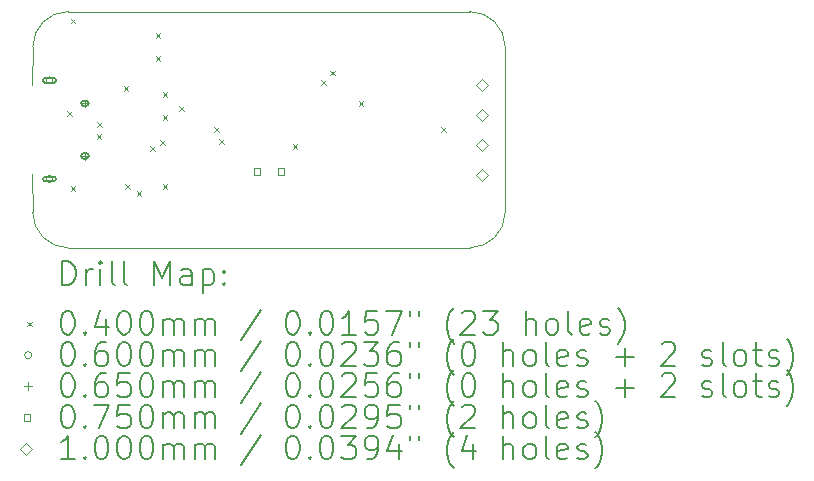
<source format=gbr>
%FSLAX45Y45*%
G04 Gerber Fmt 4.5, Leading zero omitted, Abs format (unit mm)*
G04 Created by KiCad (PCBNEW (6.0.0-0)) date 2022-08-17 15:30:58*
%MOMM*%
%LPD*%
G01*
G04 APERTURE LIST*
%TA.AperFunction,Profile*%
%ADD10C,0.100000*%
%TD*%
%ADD11C,0.200000*%
%ADD12C,0.040000*%
%ADD13C,0.060000*%
%ADD14C,0.065000*%
%ADD15C,0.075000*%
%ADD16C,0.100000*%
G04 APERTURE END LIST*
D10*
X16200000Y-10000000D02*
G75*
G03*
X16500000Y-9700000I0J300000D01*
G01*
X16500000Y-8300000D02*
X16500000Y-9700000D01*
X12800000Y-8000000D02*
G75*
G03*
X12500000Y-8300000I0J-300000D01*
G01*
X16200000Y-10000000D02*
X12800000Y-10000000D01*
X12497000Y-8625000D02*
X12500000Y-8300000D01*
X12800000Y-8000000D02*
X16200000Y-8000000D01*
X12500000Y-9700000D02*
X12497000Y-9375000D01*
X16500000Y-8300000D02*
G75*
G03*
X16200000Y-8000000I-300000J0D01*
G01*
X12500000Y-9700000D02*
G75*
G03*
X12800000Y-10000000I300000J0D01*
G01*
D11*
D12*
X12790096Y-8844244D02*
X12830096Y-8884244D01*
X12830096Y-8844244D02*
X12790096Y-8884244D01*
X12820000Y-8060000D02*
X12860000Y-8100000D01*
X12860000Y-8060000D02*
X12820000Y-8100000D01*
X12820000Y-9480000D02*
X12860000Y-9520000D01*
X12860000Y-9480000D02*
X12820000Y-9520000D01*
X13040000Y-9040000D02*
X13080000Y-9080000D01*
X13080000Y-9040000D02*
X13040000Y-9080000D01*
X13042649Y-8938427D02*
X13082649Y-8978427D01*
X13082649Y-8938427D02*
X13042649Y-8978427D01*
X13270685Y-8630391D02*
X13310685Y-8670391D01*
X13310685Y-8630391D02*
X13270685Y-8670391D01*
X13280000Y-9460000D02*
X13320000Y-9500000D01*
X13320000Y-9460000D02*
X13280000Y-9500000D01*
X13380000Y-9520000D02*
X13420000Y-9560000D01*
X13420000Y-9520000D02*
X13380000Y-9560000D01*
X13495796Y-9142596D02*
X13535796Y-9182596D01*
X13535796Y-9142596D02*
X13495796Y-9182596D01*
X13540000Y-8180000D02*
X13580000Y-8220000D01*
X13580000Y-8180000D02*
X13540000Y-8220000D01*
X13540000Y-8380000D02*
X13580000Y-8420000D01*
X13580000Y-8380000D02*
X13540000Y-8420000D01*
X13580841Y-9090084D02*
X13620841Y-9130084D01*
X13620841Y-9090084D02*
X13580841Y-9130084D01*
X13600000Y-8680000D02*
X13640000Y-8720000D01*
X13640000Y-8680000D02*
X13600000Y-8720000D01*
X13600000Y-8880000D02*
X13640000Y-8920000D01*
X13640000Y-8880000D02*
X13600000Y-8920000D01*
X13600000Y-9460000D02*
X13640000Y-9500000D01*
X13640000Y-9460000D02*
X13600000Y-9500000D01*
X13740000Y-8800000D02*
X13780000Y-8840000D01*
X13780000Y-8800000D02*
X13740000Y-8840000D01*
X14037550Y-8980000D02*
X14077550Y-9020000D01*
X14077550Y-8980000D02*
X14037550Y-9020000D01*
X14080000Y-9080000D02*
X14120000Y-9120000D01*
X14120000Y-9080000D02*
X14080000Y-9120000D01*
X14700000Y-9120000D02*
X14740000Y-9160000D01*
X14740000Y-9120000D02*
X14700000Y-9160000D01*
X14940000Y-8580000D02*
X14980000Y-8620000D01*
X14980000Y-8580000D02*
X14940000Y-8620000D01*
X15020000Y-8500000D02*
X15060000Y-8540000D01*
X15060000Y-8500000D02*
X15020000Y-8540000D01*
X15260000Y-8760000D02*
X15300000Y-8800000D01*
X15300000Y-8760000D02*
X15260000Y-8800000D01*
X15960000Y-8980000D02*
X16000000Y-9020000D01*
X16000000Y-8980000D02*
X15960000Y-9020000D01*
D13*
X12672000Y-8582500D02*
G75*
G03*
X12672000Y-8582500I-30000J0D01*
G01*
D11*
X12677000Y-8562500D02*
X12607000Y-8562500D01*
X12677000Y-8602500D02*
X12607000Y-8602500D01*
X12607000Y-8562500D02*
G75*
G03*
X12607000Y-8602500I0J-20000D01*
G01*
X12677000Y-8602500D02*
G75*
G03*
X12677000Y-8562500I0J20000D01*
G01*
D13*
X12672000Y-9417500D02*
G75*
G03*
X12672000Y-9417500I-30000J0D01*
G01*
D11*
X12677000Y-9397500D02*
X12607000Y-9397500D01*
X12677000Y-9437500D02*
X12607000Y-9437500D01*
X12607000Y-9397500D02*
G75*
G03*
X12607000Y-9437500I0J-20000D01*
G01*
X12677000Y-9437500D02*
G75*
G03*
X12677000Y-9397500I0J20000D01*
G01*
D14*
X12942000Y-8745000D02*
X12942000Y-8810000D01*
X12909500Y-8777500D02*
X12974500Y-8777500D01*
D11*
X12952000Y-8755000D02*
X12932000Y-8755000D01*
X12952000Y-8800000D02*
X12932000Y-8800000D01*
X12932000Y-8755000D02*
G75*
G03*
X12932000Y-8800000I0J-22500D01*
G01*
X12952000Y-8800000D02*
G75*
G03*
X12952000Y-8755000I0J22500D01*
G01*
D14*
X12942000Y-9190000D02*
X12942000Y-9255000D01*
X12909500Y-9222500D02*
X12974500Y-9222500D01*
D11*
X12952000Y-9200000D02*
X12932000Y-9200000D01*
X12952000Y-9245000D02*
X12932000Y-9245000D01*
X12932000Y-9200000D02*
G75*
G03*
X12932000Y-9245000I0J-22500D01*
G01*
X12952000Y-9245000D02*
G75*
G03*
X12952000Y-9200000I0J22500D01*
G01*
D15*
X14426517Y-9381517D02*
X14426517Y-9328483D01*
X14373483Y-9328483D01*
X14373483Y-9381517D01*
X14426517Y-9381517D01*
X14626517Y-9381517D02*
X14626517Y-9328483D01*
X14573483Y-9328483D01*
X14573483Y-9381517D01*
X14626517Y-9381517D01*
D16*
X16302500Y-8670000D02*
X16352500Y-8620000D01*
X16302500Y-8570000D01*
X16252500Y-8620000D01*
X16302500Y-8670000D01*
X16302500Y-8924000D02*
X16352500Y-8874000D01*
X16302500Y-8824000D01*
X16252500Y-8874000D01*
X16302500Y-8924000D01*
X16302500Y-9178000D02*
X16352500Y-9128000D01*
X16302500Y-9078000D01*
X16252500Y-9128000D01*
X16302500Y-9178000D01*
X16302500Y-9432000D02*
X16352500Y-9382000D01*
X16302500Y-9332000D01*
X16252500Y-9382000D01*
X16302500Y-9432000D01*
D11*
X12749619Y-10315476D02*
X12749619Y-10115476D01*
X12797238Y-10115476D01*
X12825809Y-10125000D01*
X12844857Y-10144048D01*
X12854381Y-10163095D01*
X12863905Y-10201190D01*
X12863905Y-10229762D01*
X12854381Y-10267857D01*
X12844857Y-10286905D01*
X12825809Y-10305952D01*
X12797238Y-10315476D01*
X12749619Y-10315476D01*
X12949619Y-10315476D02*
X12949619Y-10182143D01*
X12949619Y-10220238D02*
X12959143Y-10201190D01*
X12968667Y-10191667D01*
X12987714Y-10182143D01*
X13006762Y-10182143D01*
X13073428Y-10315476D02*
X13073428Y-10182143D01*
X13073428Y-10115476D02*
X13063905Y-10125000D01*
X13073428Y-10134524D01*
X13082952Y-10125000D01*
X13073428Y-10115476D01*
X13073428Y-10134524D01*
X13197238Y-10315476D02*
X13178190Y-10305952D01*
X13168667Y-10286905D01*
X13168667Y-10115476D01*
X13302000Y-10315476D02*
X13282952Y-10305952D01*
X13273428Y-10286905D01*
X13273428Y-10115476D01*
X13530571Y-10315476D02*
X13530571Y-10115476D01*
X13597238Y-10258333D01*
X13663905Y-10115476D01*
X13663905Y-10315476D01*
X13844857Y-10315476D02*
X13844857Y-10210714D01*
X13835333Y-10191667D01*
X13816286Y-10182143D01*
X13778190Y-10182143D01*
X13759143Y-10191667D01*
X13844857Y-10305952D02*
X13825809Y-10315476D01*
X13778190Y-10315476D01*
X13759143Y-10305952D01*
X13749619Y-10286905D01*
X13749619Y-10267857D01*
X13759143Y-10248810D01*
X13778190Y-10239286D01*
X13825809Y-10239286D01*
X13844857Y-10229762D01*
X13940095Y-10182143D02*
X13940095Y-10382143D01*
X13940095Y-10191667D02*
X13959143Y-10182143D01*
X13997238Y-10182143D01*
X14016286Y-10191667D01*
X14025809Y-10201190D01*
X14035333Y-10220238D01*
X14035333Y-10277381D01*
X14025809Y-10296429D01*
X14016286Y-10305952D01*
X13997238Y-10315476D01*
X13959143Y-10315476D01*
X13940095Y-10305952D01*
X14121048Y-10296429D02*
X14130571Y-10305952D01*
X14121048Y-10315476D01*
X14111524Y-10305952D01*
X14121048Y-10296429D01*
X14121048Y-10315476D01*
X14121048Y-10191667D02*
X14130571Y-10201190D01*
X14121048Y-10210714D01*
X14111524Y-10201190D01*
X14121048Y-10191667D01*
X14121048Y-10210714D01*
D12*
X12452000Y-10625000D02*
X12492000Y-10665000D01*
X12492000Y-10625000D02*
X12452000Y-10665000D01*
D11*
X12787714Y-10535476D02*
X12806762Y-10535476D01*
X12825809Y-10545000D01*
X12835333Y-10554524D01*
X12844857Y-10573571D01*
X12854381Y-10611667D01*
X12854381Y-10659286D01*
X12844857Y-10697381D01*
X12835333Y-10716429D01*
X12825809Y-10725952D01*
X12806762Y-10735476D01*
X12787714Y-10735476D01*
X12768667Y-10725952D01*
X12759143Y-10716429D01*
X12749619Y-10697381D01*
X12740095Y-10659286D01*
X12740095Y-10611667D01*
X12749619Y-10573571D01*
X12759143Y-10554524D01*
X12768667Y-10545000D01*
X12787714Y-10535476D01*
X12940095Y-10716429D02*
X12949619Y-10725952D01*
X12940095Y-10735476D01*
X12930571Y-10725952D01*
X12940095Y-10716429D01*
X12940095Y-10735476D01*
X13121048Y-10602143D02*
X13121048Y-10735476D01*
X13073428Y-10525952D02*
X13025809Y-10668810D01*
X13149619Y-10668810D01*
X13263905Y-10535476D02*
X13282952Y-10535476D01*
X13302000Y-10545000D01*
X13311524Y-10554524D01*
X13321048Y-10573571D01*
X13330571Y-10611667D01*
X13330571Y-10659286D01*
X13321048Y-10697381D01*
X13311524Y-10716429D01*
X13302000Y-10725952D01*
X13282952Y-10735476D01*
X13263905Y-10735476D01*
X13244857Y-10725952D01*
X13235333Y-10716429D01*
X13225809Y-10697381D01*
X13216286Y-10659286D01*
X13216286Y-10611667D01*
X13225809Y-10573571D01*
X13235333Y-10554524D01*
X13244857Y-10545000D01*
X13263905Y-10535476D01*
X13454381Y-10535476D02*
X13473428Y-10535476D01*
X13492476Y-10545000D01*
X13502000Y-10554524D01*
X13511524Y-10573571D01*
X13521048Y-10611667D01*
X13521048Y-10659286D01*
X13511524Y-10697381D01*
X13502000Y-10716429D01*
X13492476Y-10725952D01*
X13473428Y-10735476D01*
X13454381Y-10735476D01*
X13435333Y-10725952D01*
X13425809Y-10716429D01*
X13416286Y-10697381D01*
X13406762Y-10659286D01*
X13406762Y-10611667D01*
X13416286Y-10573571D01*
X13425809Y-10554524D01*
X13435333Y-10545000D01*
X13454381Y-10535476D01*
X13606762Y-10735476D02*
X13606762Y-10602143D01*
X13606762Y-10621190D02*
X13616286Y-10611667D01*
X13635333Y-10602143D01*
X13663905Y-10602143D01*
X13682952Y-10611667D01*
X13692476Y-10630714D01*
X13692476Y-10735476D01*
X13692476Y-10630714D02*
X13702000Y-10611667D01*
X13721048Y-10602143D01*
X13749619Y-10602143D01*
X13768667Y-10611667D01*
X13778190Y-10630714D01*
X13778190Y-10735476D01*
X13873428Y-10735476D02*
X13873428Y-10602143D01*
X13873428Y-10621190D02*
X13882952Y-10611667D01*
X13902000Y-10602143D01*
X13930571Y-10602143D01*
X13949619Y-10611667D01*
X13959143Y-10630714D01*
X13959143Y-10735476D01*
X13959143Y-10630714D02*
X13968667Y-10611667D01*
X13987714Y-10602143D01*
X14016286Y-10602143D01*
X14035333Y-10611667D01*
X14044857Y-10630714D01*
X14044857Y-10735476D01*
X14435333Y-10525952D02*
X14263905Y-10783095D01*
X14692476Y-10535476D02*
X14711524Y-10535476D01*
X14730571Y-10545000D01*
X14740095Y-10554524D01*
X14749619Y-10573571D01*
X14759143Y-10611667D01*
X14759143Y-10659286D01*
X14749619Y-10697381D01*
X14740095Y-10716429D01*
X14730571Y-10725952D01*
X14711524Y-10735476D01*
X14692476Y-10735476D01*
X14673428Y-10725952D01*
X14663905Y-10716429D01*
X14654381Y-10697381D01*
X14644857Y-10659286D01*
X14644857Y-10611667D01*
X14654381Y-10573571D01*
X14663905Y-10554524D01*
X14673428Y-10545000D01*
X14692476Y-10535476D01*
X14844857Y-10716429D02*
X14854381Y-10725952D01*
X14844857Y-10735476D01*
X14835333Y-10725952D01*
X14844857Y-10716429D01*
X14844857Y-10735476D01*
X14978190Y-10535476D02*
X14997238Y-10535476D01*
X15016286Y-10545000D01*
X15025809Y-10554524D01*
X15035333Y-10573571D01*
X15044857Y-10611667D01*
X15044857Y-10659286D01*
X15035333Y-10697381D01*
X15025809Y-10716429D01*
X15016286Y-10725952D01*
X14997238Y-10735476D01*
X14978190Y-10735476D01*
X14959143Y-10725952D01*
X14949619Y-10716429D01*
X14940095Y-10697381D01*
X14930571Y-10659286D01*
X14930571Y-10611667D01*
X14940095Y-10573571D01*
X14949619Y-10554524D01*
X14959143Y-10545000D01*
X14978190Y-10535476D01*
X15235333Y-10735476D02*
X15121048Y-10735476D01*
X15178190Y-10735476D02*
X15178190Y-10535476D01*
X15159143Y-10564048D01*
X15140095Y-10583095D01*
X15121048Y-10592619D01*
X15416286Y-10535476D02*
X15321048Y-10535476D01*
X15311524Y-10630714D01*
X15321048Y-10621190D01*
X15340095Y-10611667D01*
X15387714Y-10611667D01*
X15406762Y-10621190D01*
X15416286Y-10630714D01*
X15425809Y-10649762D01*
X15425809Y-10697381D01*
X15416286Y-10716429D01*
X15406762Y-10725952D01*
X15387714Y-10735476D01*
X15340095Y-10735476D01*
X15321048Y-10725952D01*
X15311524Y-10716429D01*
X15492476Y-10535476D02*
X15625809Y-10535476D01*
X15540095Y-10735476D01*
X15692476Y-10535476D02*
X15692476Y-10573571D01*
X15768667Y-10535476D02*
X15768667Y-10573571D01*
X16063905Y-10811667D02*
X16054381Y-10802143D01*
X16035333Y-10773571D01*
X16025809Y-10754524D01*
X16016286Y-10725952D01*
X16006762Y-10678333D01*
X16006762Y-10640238D01*
X16016286Y-10592619D01*
X16025809Y-10564048D01*
X16035333Y-10545000D01*
X16054381Y-10516429D01*
X16063905Y-10506905D01*
X16130571Y-10554524D02*
X16140095Y-10545000D01*
X16159143Y-10535476D01*
X16206762Y-10535476D01*
X16225809Y-10545000D01*
X16235333Y-10554524D01*
X16244857Y-10573571D01*
X16244857Y-10592619D01*
X16235333Y-10621190D01*
X16121048Y-10735476D01*
X16244857Y-10735476D01*
X16311524Y-10535476D02*
X16435333Y-10535476D01*
X16368667Y-10611667D01*
X16397238Y-10611667D01*
X16416286Y-10621190D01*
X16425809Y-10630714D01*
X16435333Y-10649762D01*
X16435333Y-10697381D01*
X16425809Y-10716429D01*
X16416286Y-10725952D01*
X16397238Y-10735476D01*
X16340095Y-10735476D01*
X16321048Y-10725952D01*
X16311524Y-10716429D01*
X16673428Y-10735476D02*
X16673428Y-10535476D01*
X16759143Y-10735476D02*
X16759143Y-10630714D01*
X16749619Y-10611667D01*
X16730571Y-10602143D01*
X16702000Y-10602143D01*
X16682952Y-10611667D01*
X16673428Y-10621190D01*
X16882952Y-10735476D02*
X16863905Y-10725952D01*
X16854381Y-10716429D01*
X16844857Y-10697381D01*
X16844857Y-10640238D01*
X16854381Y-10621190D01*
X16863905Y-10611667D01*
X16882952Y-10602143D01*
X16911524Y-10602143D01*
X16930571Y-10611667D01*
X16940095Y-10621190D01*
X16949619Y-10640238D01*
X16949619Y-10697381D01*
X16940095Y-10716429D01*
X16930571Y-10725952D01*
X16911524Y-10735476D01*
X16882952Y-10735476D01*
X17063905Y-10735476D02*
X17044857Y-10725952D01*
X17035333Y-10706905D01*
X17035333Y-10535476D01*
X17216286Y-10725952D02*
X17197238Y-10735476D01*
X17159143Y-10735476D01*
X17140095Y-10725952D01*
X17130571Y-10706905D01*
X17130571Y-10630714D01*
X17140095Y-10611667D01*
X17159143Y-10602143D01*
X17197238Y-10602143D01*
X17216286Y-10611667D01*
X17225810Y-10630714D01*
X17225810Y-10649762D01*
X17130571Y-10668810D01*
X17302000Y-10725952D02*
X17321048Y-10735476D01*
X17359143Y-10735476D01*
X17378190Y-10725952D01*
X17387714Y-10706905D01*
X17387714Y-10697381D01*
X17378190Y-10678333D01*
X17359143Y-10668810D01*
X17330571Y-10668810D01*
X17311524Y-10659286D01*
X17302000Y-10640238D01*
X17302000Y-10630714D01*
X17311524Y-10611667D01*
X17330571Y-10602143D01*
X17359143Y-10602143D01*
X17378190Y-10611667D01*
X17454381Y-10811667D02*
X17463905Y-10802143D01*
X17482952Y-10773571D01*
X17492476Y-10754524D01*
X17502000Y-10725952D01*
X17511524Y-10678333D01*
X17511524Y-10640238D01*
X17502000Y-10592619D01*
X17492476Y-10564048D01*
X17482952Y-10545000D01*
X17463905Y-10516429D01*
X17454381Y-10506905D01*
D13*
X12492000Y-10909000D02*
G75*
G03*
X12492000Y-10909000I-30000J0D01*
G01*
D11*
X12787714Y-10799476D02*
X12806762Y-10799476D01*
X12825809Y-10809000D01*
X12835333Y-10818524D01*
X12844857Y-10837571D01*
X12854381Y-10875667D01*
X12854381Y-10923286D01*
X12844857Y-10961381D01*
X12835333Y-10980429D01*
X12825809Y-10989952D01*
X12806762Y-10999476D01*
X12787714Y-10999476D01*
X12768667Y-10989952D01*
X12759143Y-10980429D01*
X12749619Y-10961381D01*
X12740095Y-10923286D01*
X12740095Y-10875667D01*
X12749619Y-10837571D01*
X12759143Y-10818524D01*
X12768667Y-10809000D01*
X12787714Y-10799476D01*
X12940095Y-10980429D02*
X12949619Y-10989952D01*
X12940095Y-10999476D01*
X12930571Y-10989952D01*
X12940095Y-10980429D01*
X12940095Y-10999476D01*
X13121048Y-10799476D02*
X13082952Y-10799476D01*
X13063905Y-10809000D01*
X13054381Y-10818524D01*
X13035333Y-10847095D01*
X13025809Y-10885190D01*
X13025809Y-10961381D01*
X13035333Y-10980429D01*
X13044857Y-10989952D01*
X13063905Y-10999476D01*
X13102000Y-10999476D01*
X13121048Y-10989952D01*
X13130571Y-10980429D01*
X13140095Y-10961381D01*
X13140095Y-10913762D01*
X13130571Y-10894714D01*
X13121048Y-10885190D01*
X13102000Y-10875667D01*
X13063905Y-10875667D01*
X13044857Y-10885190D01*
X13035333Y-10894714D01*
X13025809Y-10913762D01*
X13263905Y-10799476D02*
X13282952Y-10799476D01*
X13302000Y-10809000D01*
X13311524Y-10818524D01*
X13321048Y-10837571D01*
X13330571Y-10875667D01*
X13330571Y-10923286D01*
X13321048Y-10961381D01*
X13311524Y-10980429D01*
X13302000Y-10989952D01*
X13282952Y-10999476D01*
X13263905Y-10999476D01*
X13244857Y-10989952D01*
X13235333Y-10980429D01*
X13225809Y-10961381D01*
X13216286Y-10923286D01*
X13216286Y-10875667D01*
X13225809Y-10837571D01*
X13235333Y-10818524D01*
X13244857Y-10809000D01*
X13263905Y-10799476D01*
X13454381Y-10799476D02*
X13473428Y-10799476D01*
X13492476Y-10809000D01*
X13502000Y-10818524D01*
X13511524Y-10837571D01*
X13521048Y-10875667D01*
X13521048Y-10923286D01*
X13511524Y-10961381D01*
X13502000Y-10980429D01*
X13492476Y-10989952D01*
X13473428Y-10999476D01*
X13454381Y-10999476D01*
X13435333Y-10989952D01*
X13425809Y-10980429D01*
X13416286Y-10961381D01*
X13406762Y-10923286D01*
X13406762Y-10875667D01*
X13416286Y-10837571D01*
X13425809Y-10818524D01*
X13435333Y-10809000D01*
X13454381Y-10799476D01*
X13606762Y-10999476D02*
X13606762Y-10866143D01*
X13606762Y-10885190D02*
X13616286Y-10875667D01*
X13635333Y-10866143D01*
X13663905Y-10866143D01*
X13682952Y-10875667D01*
X13692476Y-10894714D01*
X13692476Y-10999476D01*
X13692476Y-10894714D02*
X13702000Y-10875667D01*
X13721048Y-10866143D01*
X13749619Y-10866143D01*
X13768667Y-10875667D01*
X13778190Y-10894714D01*
X13778190Y-10999476D01*
X13873428Y-10999476D02*
X13873428Y-10866143D01*
X13873428Y-10885190D02*
X13882952Y-10875667D01*
X13902000Y-10866143D01*
X13930571Y-10866143D01*
X13949619Y-10875667D01*
X13959143Y-10894714D01*
X13959143Y-10999476D01*
X13959143Y-10894714D02*
X13968667Y-10875667D01*
X13987714Y-10866143D01*
X14016286Y-10866143D01*
X14035333Y-10875667D01*
X14044857Y-10894714D01*
X14044857Y-10999476D01*
X14435333Y-10789952D02*
X14263905Y-11047095D01*
X14692476Y-10799476D02*
X14711524Y-10799476D01*
X14730571Y-10809000D01*
X14740095Y-10818524D01*
X14749619Y-10837571D01*
X14759143Y-10875667D01*
X14759143Y-10923286D01*
X14749619Y-10961381D01*
X14740095Y-10980429D01*
X14730571Y-10989952D01*
X14711524Y-10999476D01*
X14692476Y-10999476D01*
X14673428Y-10989952D01*
X14663905Y-10980429D01*
X14654381Y-10961381D01*
X14644857Y-10923286D01*
X14644857Y-10875667D01*
X14654381Y-10837571D01*
X14663905Y-10818524D01*
X14673428Y-10809000D01*
X14692476Y-10799476D01*
X14844857Y-10980429D02*
X14854381Y-10989952D01*
X14844857Y-10999476D01*
X14835333Y-10989952D01*
X14844857Y-10980429D01*
X14844857Y-10999476D01*
X14978190Y-10799476D02*
X14997238Y-10799476D01*
X15016286Y-10809000D01*
X15025809Y-10818524D01*
X15035333Y-10837571D01*
X15044857Y-10875667D01*
X15044857Y-10923286D01*
X15035333Y-10961381D01*
X15025809Y-10980429D01*
X15016286Y-10989952D01*
X14997238Y-10999476D01*
X14978190Y-10999476D01*
X14959143Y-10989952D01*
X14949619Y-10980429D01*
X14940095Y-10961381D01*
X14930571Y-10923286D01*
X14930571Y-10875667D01*
X14940095Y-10837571D01*
X14949619Y-10818524D01*
X14959143Y-10809000D01*
X14978190Y-10799476D01*
X15121048Y-10818524D02*
X15130571Y-10809000D01*
X15149619Y-10799476D01*
X15197238Y-10799476D01*
X15216286Y-10809000D01*
X15225809Y-10818524D01*
X15235333Y-10837571D01*
X15235333Y-10856619D01*
X15225809Y-10885190D01*
X15111524Y-10999476D01*
X15235333Y-10999476D01*
X15302000Y-10799476D02*
X15425809Y-10799476D01*
X15359143Y-10875667D01*
X15387714Y-10875667D01*
X15406762Y-10885190D01*
X15416286Y-10894714D01*
X15425809Y-10913762D01*
X15425809Y-10961381D01*
X15416286Y-10980429D01*
X15406762Y-10989952D01*
X15387714Y-10999476D01*
X15330571Y-10999476D01*
X15311524Y-10989952D01*
X15302000Y-10980429D01*
X15597238Y-10799476D02*
X15559143Y-10799476D01*
X15540095Y-10809000D01*
X15530571Y-10818524D01*
X15511524Y-10847095D01*
X15502000Y-10885190D01*
X15502000Y-10961381D01*
X15511524Y-10980429D01*
X15521048Y-10989952D01*
X15540095Y-10999476D01*
X15578190Y-10999476D01*
X15597238Y-10989952D01*
X15606762Y-10980429D01*
X15616286Y-10961381D01*
X15616286Y-10913762D01*
X15606762Y-10894714D01*
X15597238Y-10885190D01*
X15578190Y-10875667D01*
X15540095Y-10875667D01*
X15521048Y-10885190D01*
X15511524Y-10894714D01*
X15502000Y-10913762D01*
X15692476Y-10799476D02*
X15692476Y-10837571D01*
X15768667Y-10799476D02*
X15768667Y-10837571D01*
X16063905Y-11075667D02*
X16054381Y-11066143D01*
X16035333Y-11037571D01*
X16025809Y-11018524D01*
X16016286Y-10989952D01*
X16006762Y-10942333D01*
X16006762Y-10904238D01*
X16016286Y-10856619D01*
X16025809Y-10828048D01*
X16035333Y-10809000D01*
X16054381Y-10780429D01*
X16063905Y-10770905D01*
X16178190Y-10799476D02*
X16197238Y-10799476D01*
X16216286Y-10809000D01*
X16225809Y-10818524D01*
X16235333Y-10837571D01*
X16244857Y-10875667D01*
X16244857Y-10923286D01*
X16235333Y-10961381D01*
X16225809Y-10980429D01*
X16216286Y-10989952D01*
X16197238Y-10999476D01*
X16178190Y-10999476D01*
X16159143Y-10989952D01*
X16149619Y-10980429D01*
X16140095Y-10961381D01*
X16130571Y-10923286D01*
X16130571Y-10875667D01*
X16140095Y-10837571D01*
X16149619Y-10818524D01*
X16159143Y-10809000D01*
X16178190Y-10799476D01*
X16482952Y-10999476D02*
X16482952Y-10799476D01*
X16568667Y-10999476D02*
X16568667Y-10894714D01*
X16559143Y-10875667D01*
X16540095Y-10866143D01*
X16511524Y-10866143D01*
X16492476Y-10875667D01*
X16482952Y-10885190D01*
X16692476Y-10999476D02*
X16673428Y-10989952D01*
X16663905Y-10980429D01*
X16654381Y-10961381D01*
X16654381Y-10904238D01*
X16663905Y-10885190D01*
X16673428Y-10875667D01*
X16692476Y-10866143D01*
X16721048Y-10866143D01*
X16740095Y-10875667D01*
X16749619Y-10885190D01*
X16759143Y-10904238D01*
X16759143Y-10961381D01*
X16749619Y-10980429D01*
X16740095Y-10989952D01*
X16721048Y-10999476D01*
X16692476Y-10999476D01*
X16873429Y-10999476D02*
X16854381Y-10989952D01*
X16844857Y-10970905D01*
X16844857Y-10799476D01*
X17025810Y-10989952D02*
X17006762Y-10999476D01*
X16968667Y-10999476D01*
X16949619Y-10989952D01*
X16940095Y-10970905D01*
X16940095Y-10894714D01*
X16949619Y-10875667D01*
X16968667Y-10866143D01*
X17006762Y-10866143D01*
X17025810Y-10875667D01*
X17035333Y-10894714D01*
X17035333Y-10913762D01*
X16940095Y-10932810D01*
X17111524Y-10989952D02*
X17130571Y-10999476D01*
X17168667Y-10999476D01*
X17187714Y-10989952D01*
X17197238Y-10970905D01*
X17197238Y-10961381D01*
X17187714Y-10942333D01*
X17168667Y-10932810D01*
X17140095Y-10932810D01*
X17121048Y-10923286D01*
X17111524Y-10904238D01*
X17111524Y-10894714D01*
X17121048Y-10875667D01*
X17140095Y-10866143D01*
X17168667Y-10866143D01*
X17187714Y-10875667D01*
X17435333Y-10923286D02*
X17587714Y-10923286D01*
X17511524Y-10999476D02*
X17511524Y-10847095D01*
X17825810Y-10818524D02*
X17835333Y-10809000D01*
X17854381Y-10799476D01*
X17902000Y-10799476D01*
X17921048Y-10809000D01*
X17930571Y-10818524D01*
X17940095Y-10837571D01*
X17940095Y-10856619D01*
X17930571Y-10885190D01*
X17816286Y-10999476D01*
X17940095Y-10999476D01*
X18168667Y-10989952D02*
X18187714Y-10999476D01*
X18225810Y-10999476D01*
X18244857Y-10989952D01*
X18254381Y-10970905D01*
X18254381Y-10961381D01*
X18244857Y-10942333D01*
X18225810Y-10932810D01*
X18197238Y-10932810D01*
X18178190Y-10923286D01*
X18168667Y-10904238D01*
X18168667Y-10894714D01*
X18178190Y-10875667D01*
X18197238Y-10866143D01*
X18225810Y-10866143D01*
X18244857Y-10875667D01*
X18368667Y-10999476D02*
X18349619Y-10989952D01*
X18340095Y-10970905D01*
X18340095Y-10799476D01*
X18473429Y-10999476D02*
X18454381Y-10989952D01*
X18444857Y-10980429D01*
X18435333Y-10961381D01*
X18435333Y-10904238D01*
X18444857Y-10885190D01*
X18454381Y-10875667D01*
X18473429Y-10866143D01*
X18502000Y-10866143D01*
X18521048Y-10875667D01*
X18530571Y-10885190D01*
X18540095Y-10904238D01*
X18540095Y-10961381D01*
X18530571Y-10980429D01*
X18521048Y-10989952D01*
X18502000Y-10999476D01*
X18473429Y-10999476D01*
X18597238Y-10866143D02*
X18673429Y-10866143D01*
X18625810Y-10799476D02*
X18625810Y-10970905D01*
X18635333Y-10989952D01*
X18654381Y-10999476D01*
X18673429Y-10999476D01*
X18730571Y-10989952D02*
X18749619Y-10999476D01*
X18787714Y-10999476D01*
X18806762Y-10989952D01*
X18816286Y-10970905D01*
X18816286Y-10961381D01*
X18806762Y-10942333D01*
X18787714Y-10932810D01*
X18759143Y-10932810D01*
X18740095Y-10923286D01*
X18730571Y-10904238D01*
X18730571Y-10894714D01*
X18740095Y-10875667D01*
X18759143Y-10866143D01*
X18787714Y-10866143D01*
X18806762Y-10875667D01*
X18882952Y-11075667D02*
X18892476Y-11066143D01*
X18911524Y-11037571D01*
X18921048Y-11018524D01*
X18930571Y-10989952D01*
X18940095Y-10942333D01*
X18940095Y-10904238D01*
X18930571Y-10856619D01*
X18921048Y-10828048D01*
X18911524Y-10809000D01*
X18892476Y-10780429D01*
X18882952Y-10770905D01*
D14*
X12459500Y-11140500D02*
X12459500Y-11205500D01*
X12427000Y-11173000D02*
X12492000Y-11173000D01*
D11*
X12787714Y-11063476D02*
X12806762Y-11063476D01*
X12825809Y-11073000D01*
X12835333Y-11082524D01*
X12844857Y-11101571D01*
X12854381Y-11139667D01*
X12854381Y-11187286D01*
X12844857Y-11225381D01*
X12835333Y-11244428D01*
X12825809Y-11253952D01*
X12806762Y-11263476D01*
X12787714Y-11263476D01*
X12768667Y-11253952D01*
X12759143Y-11244428D01*
X12749619Y-11225381D01*
X12740095Y-11187286D01*
X12740095Y-11139667D01*
X12749619Y-11101571D01*
X12759143Y-11082524D01*
X12768667Y-11073000D01*
X12787714Y-11063476D01*
X12940095Y-11244428D02*
X12949619Y-11253952D01*
X12940095Y-11263476D01*
X12930571Y-11253952D01*
X12940095Y-11244428D01*
X12940095Y-11263476D01*
X13121048Y-11063476D02*
X13082952Y-11063476D01*
X13063905Y-11073000D01*
X13054381Y-11082524D01*
X13035333Y-11111095D01*
X13025809Y-11149190D01*
X13025809Y-11225381D01*
X13035333Y-11244428D01*
X13044857Y-11253952D01*
X13063905Y-11263476D01*
X13102000Y-11263476D01*
X13121048Y-11253952D01*
X13130571Y-11244428D01*
X13140095Y-11225381D01*
X13140095Y-11177762D01*
X13130571Y-11158714D01*
X13121048Y-11149190D01*
X13102000Y-11139667D01*
X13063905Y-11139667D01*
X13044857Y-11149190D01*
X13035333Y-11158714D01*
X13025809Y-11177762D01*
X13321048Y-11063476D02*
X13225809Y-11063476D01*
X13216286Y-11158714D01*
X13225809Y-11149190D01*
X13244857Y-11139667D01*
X13292476Y-11139667D01*
X13311524Y-11149190D01*
X13321048Y-11158714D01*
X13330571Y-11177762D01*
X13330571Y-11225381D01*
X13321048Y-11244428D01*
X13311524Y-11253952D01*
X13292476Y-11263476D01*
X13244857Y-11263476D01*
X13225809Y-11253952D01*
X13216286Y-11244428D01*
X13454381Y-11063476D02*
X13473428Y-11063476D01*
X13492476Y-11073000D01*
X13502000Y-11082524D01*
X13511524Y-11101571D01*
X13521048Y-11139667D01*
X13521048Y-11187286D01*
X13511524Y-11225381D01*
X13502000Y-11244428D01*
X13492476Y-11253952D01*
X13473428Y-11263476D01*
X13454381Y-11263476D01*
X13435333Y-11253952D01*
X13425809Y-11244428D01*
X13416286Y-11225381D01*
X13406762Y-11187286D01*
X13406762Y-11139667D01*
X13416286Y-11101571D01*
X13425809Y-11082524D01*
X13435333Y-11073000D01*
X13454381Y-11063476D01*
X13606762Y-11263476D02*
X13606762Y-11130143D01*
X13606762Y-11149190D02*
X13616286Y-11139667D01*
X13635333Y-11130143D01*
X13663905Y-11130143D01*
X13682952Y-11139667D01*
X13692476Y-11158714D01*
X13692476Y-11263476D01*
X13692476Y-11158714D02*
X13702000Y-11139667D01*
X13721048Y-11130143D01*
X13749619Y-11130143D01*
X13768667Y-11139667D01*
X13778190Y-11158714D01*
X13778190Y-11263476D01*
X13873428Y-11263476D02*
X13873428Y-11130143D01*
X13873428Y-11149190D02*
X13882952Y-11139667D01*
X13902000Y-11130143D01*
X13930571Y-11130143D01*
X13949619Y-11139667D01*
X13959143Y-11158714D01*
X13959143Y-11263476D01*
X13959143Y-11158714D02*
X13968667Y-11139667D01*
X13987714Y-11130143D01*
X14016286Y-11130143D01*
X14035333Y-11139667D01*
X14044857Y-11158714D01*
X14044857Y-11263476D01*
X14435333Y-11053952D02*
X14263905Y-11311095D01*
X14692476Y-11063476D02*
X14711524Y-11063476D01*
X14730571Y-11073000D01*
X14740095Y-11082524D01*
X14749619Y-11101571D01*
X14759143Y-11139667D01*
X14759143Y-11187286D01*
X14749619Y-11225381D01*
X14740095Y-11244428D01*
X14730571Y-11253952D01*
X14711524Y-11263476D01*
X14692476Y-11263476D01*
X14673428Y-11253952D01*
X14663905Y-11244428D01*
X14654381Y-11225381D01*
X14644857Y-11187286D01*
X14644857Y-11139667D01*
X14654381Y-11101571D01*
X14663905Y-11082524D01*
X14673428Y-11073000D01*
X14692476Y-11063476D01*
X14844857Y-11244428D02*
X14854381Y-11253952D01*
X14844857Y-11263476D01*
X14835333Y-11253952D01*
X14844857Y-11244428D01*
X14844857Y-11263476D01*
X14978190Y-11063476D02*
X14997238Y-11063476D01*
X15016286Y-11073000D01*
X15025809Y-11082524D01*
X15035333Y-11101571D01*
X15044857Y-11139667D01*
X15044857Y-11187286D01*
X15035333Y-11225381D01*
X15025809Y-11244428D01*
X15016286Y-11253952D01*
X14997238Y-11263476D01*
X14978190Y-11263476D01*
X14959143Y-11253952D01*
X14949619Y-11244428D01*
X14940095Y-11225381D01*
X14930571Y-11187286D01*
X14930571Y-11139667D01*
X14940095Y-11101571D01*
X14949619Y-11082524D01*
X14959143Y-11073000D01*
X14978190Y-11063476D01*
X15121048Y-11082524D02*
X15130571Y-11073000D01*
X15149619Y-11063476D01*
X15197238Y-11063476D01*
X15216286Y-11073000D01*
X15225809Y-11082524D01*
X15235333Y-11101571D01*
X15235333Y-11120619D01*
X15225809Y-11149190D01*
X15111524Y-11263476D01*
X15235333Y-11263476D01*
X15416286Y-11063476D02*
X15321048Y-11063476D01*
X15311524Y-11158714D01*
X15321048Y-11149190D01*
X15340095Y-11139667D01*
X15387714Y-11139667D01*
X15406762Y-11149190D01*
X15416286Y-11158714D01*
X15425809Y-11177762D01*
X15425809Y-11225381D01*
X15416286Y-11244428D01*
X15406762Y-11253952D01*
X15387714Y-11263476D01*
X15340095Y-11263476D01*
X15321048Y-11253952D01*
X15311524Y-11244428D01*
X15597238Y-11063476D02*
X15559143Y-11063476D01*
X15540095Y-11073000D01*
X15530571Y-11082524D01*
X15511524Y-11111095D01*
X15502000Y-11149190D01*
X15502000Y-11225381D01*
X15511524Y-11244428D01*
X15521048Y-11253952D01*
X15540095Y-11263476D01*
X15578190Y-11263476D01*
X15597238Y-11253952D01*
X15606762Y-11244428D01*
X15616286Y-11225381D01*
X15616286Y-11177762D01*
X15606762Y-11158714D01*
X15597238Y-11149190D01*
X15578190Y-11139667D01*
X15540095Y-11139667D01*
X15521048Y-11149190D01*
X15511524Y-11158714D01*
X15502000Y-11177762D01*
X15692476Y-11063476D02*
X15692476Y-11101571D01*
X15768667Y-11063476D02*
X15768667Y-11101571D01*
X16063905Y-11339667D02*
X16054381Y-11330143D01*
X16035333Y-11301571D01*
X16025809Y-11282524D01*
X16016286Y-11253952D01*
X16006762Y-11206333D01*
X16006762Y-11168238D01*
X16016286Y-11120619D01*
X16025809Y-11092048D01*
X16035333Y-11073000D01*
X16054381Y-11044429D01*
X16063905Y-11034905D01*
X16178190Y-11063476D02*
X16197238Y-11063476D01*
X16216286Y-11073000D01*
X16225809Y-11082524D01*
X16235333Y-11101571D01*
X16244857Y-11139667D01*
X16244857Y-11187286D01*
X16235333Y-11225381D01*
X16225809Y-11244428D01*
X16216286Y-11253952D01*
X16197238Y-11263476D01*
X16178190Y-11263476D01*
X16159143Y-11253952D01*
X16149619Y-11244428D01*
X16140095Y-11225381D01*
X16130571Y-11187286D01*
X16130571Y-11139667D01*
X16140095Y-11101571D01*
X16149619Y-11082524D01*
X16159143Y-11073000D01*
X16178190Y-11063476D01*
X16482952Y-11263476D02*
X16482952Y-11063476D01*
X16568667Y-11263476D02*
X16568667Y-11158714D01*
X16559143Y-11139667D01*
X16540095Y-11130143D01*
X16511524Y-11130143D01*
X16492476Y-11139667D01*
X16482952Y-11149190D01*
X16692476Y-11263476D02*
X16673428Y-11253952D01*
X16663905Y-11244428D01*
X16654381Y-11225381D01*
X16654381Y-11168238D01*
X16663905Y-11149190D01*
X16673428Y-11139667D01*
X16692476Y-11130143D01*
X16721048Y-11130143D01*
X16740095Y-11139667D01*
X16749619Y-11149190D01*
X16759143Y-11168238D01*
X16759143Y-11225381D01*
X16749619Y-11244428D01*
X16740095Y-11253952D01*
X16721048Y-11263476D01*
X16692476Y-11263476D01*
X16873429Y-11263476D02*
X16854381Y-11253952D01*
X16844857Y-11234905D01*
X16844857Y-11063476D01*
X17025810Y-11253952D02*
X17006762Y-11263476D01*
X16968667Y-11263476D01*
X16949619Y-11253952D01*
X16940095Y-11234905D01*
X16940095Y-11158714D01*
X16949619Y-11139667D01*
X16968667Y-11130143D01*
X17006762Y-11130143D01*
X17025810Y-11139667D01*
X17035333Y-11158714D01*
X17035333Y-11177762D01*
X16940095Y-11196809D01*
X17111524Y-11253952D02*
X17130571Y-11263476D01*
X17168667Y-11263476D01*
X17187714Y-11253952D01*
X17197238Y-11234905D01*
X17197238Y-11225381D01*
X17187714Y-11206333D01*
X17168667Y-11196809D01*
X17140095Y-11196809D01*
X17121048Y-11187286D01*
X17111524Y-11168238D01*
X17111524Y-11158714D01*
X17121048Y-11139667D01*
X17140095Y-11130143D01*
X17168667Y-11130143D01*
X17187714Y-11139667D01*
X17435333Y-11187286D02*
X17587714Y-11187286D01*
X17511524Y-11263476D02*
X17511524Y-11111095D01*
X17825810Y-11082524D02*
X17835333Y-11073000D01*
X17854381Y-11063476D01*
X17902000Y-11063476D01*
X17921048Y-11073000D01*
X17930571Y-11082524D01*
X17940095Y-11101571D01*
X17940095Y-11120619D01*
X17930571Y-11149190D01*
X17816286Y-11263476D01*
X17940095Y-11263476D01*
X18168667Y-11253952D02*
X18187714Y-11263476D01*
X18225810Y-11263476D01*
X18244857Y-11253952D01*
X18254381Y-11234905D01*
X18254381Y-11225381D01*
X18244857Y-11206333D01*
X18225810Y-11196809D01*
X18197238Y-11196809D01*
X18178190Y-11187286D01*
X18168667Y-11168238D01*
X18168667Y-11158714D01*
X18178190Y-11139667D01*
X18197238Y-11130143D01*
X18225810Y-11130143D01*
X18244857Y-11139667D01*
X18368667Y-11263476D02*
X18349619Y-11253952D01*
X18340095Y-11234905D01*
X18340095Y-11063476D01*
X18473429Y-11263476D02*
X18454381Y-11253952D01*
X18444857Y-11244428D01*
X18435333Y-11225381D01*
X18435333Y-11168238D01*
X18444857Y-11149190D01*
X18454381Y-11139667D01*
X18473429Y-11130143D01*
X18502000Y-11130143D01*
X18521048Y-11139667D01*
X18530571Y-11149190D01*
X18540095Y-11168238D01*
X18540095Y-11225381D01*
X18530571Y-11244428D01*
X18521048Y-11253952D01*
X18502000Y-11263476D01*
X18473429Y-11263476D01*
X18597238Y-11130143D02*
X18673429Y-11130143D01*
X18625810Y-11063476D02*
X18625810Y-11234905D01*
X18635333Y-11253952D01*
X18654381Y-11263476D01*
X18673429Y-11263476D01*
X18730571Y-11253952D02*
X18749619Y-11263476D01*
X18787714Y-11263476D01*
X18806762Y-11253952D01*
X18816286Y-11234905D01*
X18816286Y-11225381D01*
X18806762Y-11206333D01*
X18787714Y-11196809D01*
X18759143Y-11196809D01*
X18740095Y-11187286D01*
X18730571Y-11168238D01*
X18730571Y-11158714D01*
X18740095Y-11139667D01*
X18759143Y-11130143D01*
X18787714Y-11130143D01*
X18806762Y-11139667D01*
X18882952Y-11339667D02*
X18892476Y-11330143D01*
X18911524Y-11301571D01*
X18921048Y-11282524D01*
X18930571Y-11253952D01*
X18940095Y-11206333D01*
X18940095Y-11168238D01*
X18930571Y-11120619D01*
X18921048Y-11092048D01*
X18911524Y-11073000D01*
X18892476Y-11044429D01*
X18882952Y-11034905D01*
D15*
X12481017Y-11463517D02*
X12481017Y-11410483D01*
X12427983Y-11410483D01*
X12427983Y-11463517D01*
X12481017Y-11463517D01*
D11*
X12787714Y-11327476D02*
X12806762Y-11327476D01*
X12825809Y-11337000D01*
X12835333Y-11346524D01*
X12844857Y-11365571D01*
X12854381Y-11403667D01*
X12854381Y-11451286D01*
X12844857Y-11489381D01*
X12835333Y-11508428D01*
X12825809Y-11517952D01*
X12806762Y-11527476D01*
X12787714Y-11527476D01*
X12768667Y-11517952D01*
X12759143Y-11508428D01*
X12749619Y-11489381D01*
X12740095Y-11451286D01*
X12740095Y-11403667D01*
X12749619Y-11365571D01*
X12759143Y-11346524D01*
X12768667Y-11337000D01*
X12787714Y-11327476D01*
X12940095Y-11508428D02*
X12949619Y-11517952D01*
X12940095Y-11527476D01*
X12930571Y-11517952D01*
X12940095Y-11508428D01*
X12940095Y-11527476D01*
X13016286Y-11327476D02*
X13149619Y-11327476D01*
X13063905Y-11527476D01*
X13321048Y-11327476D02*
X13225809Y-11327476D01*
X13216286Y-11422714D01*
X13225809Y-11413190D01*
X13244857Y-11403667D01*
X13292476Y-11403667D01*
X13311524Y-11413190D01*
X13321048Y-11422714D01*
X13330571Y-11441762D01*
X13330571Y-11489381D01*
X13321048Y-11508428D01*
X13311524Y-11517952D01*
X13292476Y-11527476D01*
X13244857Y-11527476D01*
X13225809Y-11517952D01*
X13216286Y-11508428D01*
X13454381Y-11327476D02*
X13473428Y-11327476D01*
X13492476Y-11337000D01*
X13502000Y-11346524D01*
X13511524Y-11365571D01*
X13521048Y-11403667D01*
X13521048Y-11451286D01*
X13511524Y-11489381D01*
X13502000Y-11508428D01*
X13492476Y-11517952D01*
X13473428Y-11527476D01*
X13454381Y-11527476D01*
X13435333Y-11517952D01*
X13425809Y-11508428D01*
X13416286Y-11489381D01*
X13406762Y-11451286D01*
X13406762Y-11403667D01*
X13416286Y-11365571D01*
X13425809Y-11346524D01*
X13435333Y-11337000D01*
X13454381Y-11327476D01*
X13606762Y-11527476D02*
X13606762Y-11394143D01*
X13606762Y-11413190D02*
X13616286Y-11403667D01*
X13635333Y-11394143D01*
X13663905Y-11394143D01*
X13682952Y-11403667D01*
X13692476Y-11422714D01*
X13692476Y-11527476D01*
X13692476Y-11422714D02*
X13702000Y-11403667D01*
X13721048Y-11394143D01*
X13749619Y-11394143D01*
X13768667Y-11403667D01*
X13778190Y-11422714D01*
X13778190Y-11527476D01*
X13873428Y-11527476D02*
X13873428Y-11394143D01*
X13873428Y-11413190D02*
X13882952Y-11403667D01*
X13902000Y-11394143D01*
X13930571Y-11394143D01*
X13949619Y-11403667D01*
X13959143Y-11422714D01*
X13959143Y-11527476D01*
X13959143Y-11422714D02*
X13968667Y-11403667D01*
X13987714Y-11394143D01*
X14016286Y-11394143D01*
X14035333Y-11403667D01*
X14044857Y-11422714D01*
X14044857Y-11527476D01*
X14435333Y-11317952D02*
X14263905Y-11575095D01*
X14692476Y-11327476D02*
X14711524Y-11327476D01*
X14730571Y-11337000D01*
X14740095Y-11346524D01*
X14749619Y-11365571D01*
X14759143Y-11403667D01*
X14759143Y-11451286D01*
X14749619Y-11489381D01*
X14740095Y-11508428D01*
X14730571Y-11517952D01*
X14711524Y-11527476D01*
X14692476Y-11527476D01*
X14673428Y-11517952D01*
X14663905Y-11508428D01*
X14654381Y-11489381D01*
X14644857Y-11451286D01*
X14644857Y-11403667D01*
X14654381Y-11365571D01*
X14663905Y-11346524D01*
X14673428Y-11337000D01*
X14692476Y-11327476D01*
X14844857Y-11508428D02*
X14854381Y-11517952D01*
X14844857Y-11527476D01*
X14835333Y-11517952D01*
X14844857Y-11508428D01*
X14844857Y-11527476D01*
X14978190Y-11327476D02*
X14997238Y-11327476D01*
X15016286Y-11337000D01*
X15025809Y-11346524D01*
X15035333Y-11365571D01*
X15044857Y-11403667D01*
X15044857Y-11451286D01*
X15035333Y-11489381D01*
X15025809Y-11508428D01*
X15016286Y-11517952D01*
X14997238Y-11527476D01*
X14978190Y-11527476D01*
X14959143Y-11517952D01*
X14949619Y-11508428D01*
X14940095Y-11489381D01*
X14930571Y-11451286D01*
X14930571Y-11403667D01*
X14940095Y-11365571D01*
X14949619Y-11346524D01*
X14959143Y-11337000D01*
X14978190Y-11327476D01*
X15121048Y-11346524D02*
X15130571Y-11337000D01*
X15149619Y-11327476D01*
X15197238Y-11327476D01*
X15216286Y-11337000D01*
X15225809Y-11346524D01*
X15235333Y-11365571D01*
X15235333Y-11384619D01*
X15225809Y-11413190D01*
X15111524Y-11527476D01*
X15235333Y-11527476D01*
X15330571Y-11527476D02*
X15368667Y-11527476D01*
X15387714Y-11517952D01*
X15397238Y-11508428D01*
X15416286Y-11479857D01*
X15425809Y-11441762D01*
X15425809Y-11365571D01*
X15416286Y-11346524D01*
X15406762Y-11337000D01*
X15387714Y-11327476D01*
X15349619Y-11327476D01*
X15330571Y-11337000D01*
X15321048Y-11346524D01*
X15311524Y-11365571D01*
X15311524Y-11413190D01*
X15321048Y-11432238D01*
X15330571Y-11441762D01*
X15349619Y-11451286D01*
X15387714Y-11451286D01*
X15406762Y-11441762D01*
X15416286Y-11432238D01*
X15425809Y-11413190D01*
X15606762Y-11327476D02*
X15511524Y-11327476D01*
X15502000Y-11422714D01*
X15511524Y-11413190D01*
X15530571Y-11403667D01*
X15578190Y-11403667D01*
X15597238Y-11413190D01*
X15606762Y-11422714D01*
X15616286Y-11441762D01*
X15616286Y-11489381D01*
X15606762Y-11508428D01*
X15597238Y-11517952D01*
X15578190Y-11527476D01*
X15530571Y-11527476D01*
X15511524Y-11517952D01*
X15502000Y-11508428D01*
X15692476Y-11327476D02*
X15692476Y-11365571D01*
X15768667Y-11327476D02*
X15768667Y-11365571D01*
X16063905Y-11603667D02*
X16054381Y-11594143D01*
X16035333Y-11565571D01*
X16025809Y-11546524D01*
X16016286Y-11517952D01*
X16006762Y-11470333D01*
X16006762Y-11432238D01*
X16016286Y-11384619D01*
X16025809Y-11356048D01*
X16035333Y-11337000D01*
X16054381Y-11308428D01*
X16063905Y-11298905D01*
X16130571Y-11346524D02*
X16140095Y-11337000D01*
X16159143Y-11327476D01*
X16206762Y-11327476D01*
X16225809Y-11337000D01*
X16235333Y-11346524D01*
X16244857Y-11365571D01*
X16244857Y-11384619D01*
X16235333Y-11413190D01*
X16121048Y-11527476D01*
X16244857Y-11527476D01*
X16482952Y-11527476D02*
X16482952Y-11327476D01*
X16568667Y-11527476D02*
X16568667Y-11422714D01*
X16559143Y-11403667D01*
X16540095Y-11394143D01*
X16511524Y-11394143D01*
X16492476Y-11403667D01*
X16482952Y-11413190D01*
X16692476Y-11527476D02*
X16673428Y-11517952D01*
X16663905Y-11508428D01*
X16654381Y-11489381D01*
X16654381Y-11432238D01*
X16663905Y-11413190D01*
X16673428Y-11403667D01*
X16692476Y-11394143D01*
X16721048Y-11394143D01*
X16740095Y-11403667D01*
X16749619Y-11413190D01*
X16759143Y-11432238D01*
X16759143Y-11489381D01*
X16749619Y-11508428D01*
X16740095Y-11517952D01*
X16721048Y-11527476D01*
X16692476Y-11527476D01*
X16873429Y-11527476D02*
X16854381Y-11517952D01*
X16844857Y-11498905D01*
X16844857Y-11327476D01*
X17025810Y-11517952D02*
X17006762Y-11527476D01*
X16968667Y-11527476D01*
X16949619Y-11517952D01*
X16940095Y-11498905D01*
X16940095Y-11422714D01*
X16949619Y-11403667D01*
X16968667Y-11394143D01*
X17006762Y-11394143D01*
X17025810Y-11403667D01*
X17035333Y-11422714D01*
X17035333Y-11441762D01*
X16940095Y-11460809D01*
X17111524Y-11517952D02*
X17130571Y-11527476D01*
X17168667Y-11527476D01*
X17187714Y-11517952D01*
X17197238Y-11498905D01*
X17197238Y-11489381D01*
X17187714Y-11470333D01*
X17168667Y-11460809D01*
X17140095Y-11460809D01*
X17121048Y-11451286D01*
X17111524Y-11432238D01*
X17111524Y-11422714D01*
X17121048Y-11403667D01*
X17140095Y-11394143D01*
X17168667Y-11394143D01*
X17187714Y-11403667D01*
X17263905Y-11603667D02*
X17273429Y-11594143D01*
X17292476Y-11565571D01*
X17302000Y-11546524D01*
X17311524Y-11517952D01*
X17321048Y-11470333D01*
X17321048Y-11432238D01*
X17311524Y-11384619D01*
X17302000Y-11356048D01*
X17292476Y-11337000D01*
X17273429Y-11308428D01*
X17263905Y-11298905D01*
D16*
X12442000Y-11751000D02*
X12492000Y-11701000D01*
X12442000Y-11651000D01*
X12392000Y-11701000D01*
X12442000Y-11751000D01*
D11*
X12854381Y-11791476D02*
X12740095Y-11791476D01*
X12797238Y-11791476D02*
X12797238Y-11591476D01*
X12778190Y-11620048D01*
X12759143Y-11639095D01*
X12740095Y-11648619D01*
X12940095Y-11772428D02*
X12949619Y-11781952D01*
X12940095Y-11791476D01*
X12930571Y-11781952D01*
X12940095Y-11772428D01*
X12940095Y-11791476D01*
X13073428Y-11591476D02*
X13092476Y-11591476D01*
X13111524Y-11601000D01*
X13121048Y-11610524D01*
X13130571Y-11629571D01*
X13140095Y-11667667D01*
X13140095Y-11715286D01*
X13130571Y-11753381D01*
X13121048Y-11772428D01*
X13111524Y-11781952D01*
X13092476Y-11791476D01*
X13073428Y-11791476D01*
X13054381Y-11781952D01*
X13044857Y-11772428D01*
X13035333Y-11753381D01*
X13025809Y-11715286D01*
X13025809Y-11667667D01*
X13035333Y-11629571D01*
X13044857Y-11610524D01*
X13054381Y-11601000D01*
X13073428Y-11591476D01*
X13263905Y-11591476D02*
X13282952Y-11591476D01*
X13302000Y-11601000D01*
X13311524Y-11610524D01*
X13321048Y-11629571D01*
X13330571Y-11667667D01*
X13330571Y-11715286D01*
X13321048Y-11753381D01*
X13311524Y-11772428D01*
X13302000Y-11781952D01*
X13282952Y-11791476D01*
X13263905Y-11791476D01*
X13244857Y-11781952D01*
X13235333Y-11772428D01*
X13225809Y-11753381D01*
X13216286Y-11715286D01*
X13216286Y-11667667D01*
X13225809Y-11629571D01*
X13235333Y-11610524D01*
X13244857Y-11601000D01*
X13263905Y-11591476D01*
X13454381Y-11591476D02*
X13473428Y-11591476D01*
X13492476Y-11601000D01*
X13502000Y-11610524D01*
X13511524Y-11629571D01*
X13521048Y-11667667D01*
X13521048Y-11715286D01*
X13511524Y-11753381D01*
X13502000Y-11772428D01*
X13492476Y-11781952D01*
X13473428Y-11791476D01*
X13454381Y-11791476D01*
X13435333Y-11781952D01*
X13425809Y-11772428D01*
X13416286Y-11753381D01*
X13406762Y-11715286D01*
X13406762Y-11667667D01*
X13416286Y-11629571D01*
X13425809Y-11610524D01*
X13435333Y-11601000D01*
X13454381Y-11591476D01*
X13606762Y-11791476D02*
X13606762Y-11658143D01*
X13606762Y-11677190D02*
X13616286Y-11667667D01*
X13635333Y-11658143D01*
X13663905Y-11658143D01*
X13682952Y-11667667D01*
X13692476Y-11686714D01*
X13692476Y-11791476D01*
X13692476Y-11686714D02*
X13702000Y-11667667D01*
X13721048Y-11658143D01*
X13749619Y-11658143D01*
X13768667Y-11667667D01*
X13778190Y-11686714D01*
X13778190Y-11791476D01*
X13873428Y-11791476D02*
X13873428Y-11658143D01*
X13873428Y-11677190D02*
X13882952Y-11667667D01*
X13902000Y-11658143D01*
X13930571Y-11658143D01*
X13949619Y-11667667D01*
X13959143Y-11686714D01*
X13959143Y-11791476D01*
X13959143Y-11686714D02*
X13968667Y-11667667D01*
X13987714Y-11658143D01*
X14016286Y-11658143D01*
X14035333Y-11667667D01*
X14044857Y-11686714D01*
X14044857Y-11791476D01*
X14435333Y-11581952D02*
X14263905Y-11839095D01*
X14692476Y-11591476D02*
X14711524Y-11591476D01*
X14730571Y-11601000D01*
X14740095Y-11610524D01*
X14749619Y-11629571D01*
X14759143Y-11667667D01*
X14759143Y-11715286D01*
X14749619Y-11753381D01*
X14740095Y-11772428D01*
X14730571Y-11781952D01*
X14711524Y-11791476D01*
X14692476Y-11791476D01*
X14673428Y-11781952D01*
X14663905Y-11772428D01*
X14654381Y-11753381D01*
X14644857Y-11715286D01*
X14644857Y-11667667D01*
X14654381Y-11629571D01*
X14663905Y-11610524D01*
X14673428Y-11601000D01*
X14692476Y-11591476D01*
X14844857Y-11772428D02*
X14854381Y-11781952D01*
X14844857Y-11791476D01*
X14835333Y-11781952D01*
X14844857Y-11772428D01*
X14844857Y-11791476D01*
X14978190Y-11591476D02*
X14997238Y-11591476D01*
X15016286Y-11601000D01*
X15025809Y-11610524D01*
X15035333Y-11629571D01*
X15044857Y-11667667D01*
X15044857Y-11715286D01*
X15035333Y-11753381D01*
X15025809Y-11772428D01*
X15016286Y-11781952D01*
X14997238Y-11791476D01*
X14978190Y-11791476D01*
X14959143Y-11781952D01*
X14949619Y-11772428D01*
X14940095Y-11753381D01*
X14930571Y-11715286D01*
X14930571Y-11667667D01*
X14940095Y-11629571D01*
X14949619Y-11610524D01*
X14959143Y-11601000D01*
X14978190Y-11591476D01*
X15111524Y-11591476D02*
X15235333Y-11591476D01*
X15168667Y-11667667D01*
X15197238Y-11667667D01*
X15216286Y-11677190D01*
X15225809Y-11686714D01*
X15235333Y-11705762D01*
X15235333Y-11753381D01*
X15225809Y-11772428D01*
X15216286Y-11781952D01*
X15197238Y-11791476D01*
X15140095Y-11791476D01*
X15121048Y-11781952D01*
X15111524Y-11772428D01*
X15330571Y-11791476D02*
X15368667Y-11791476D01*
X15387714Y-11781952D01*
X15397238Y-11772428D01*
X15416286Y-11743857D01*
X15425809Y-11705762D01*
X15425809Y-11629571D01*
X15416286Y-11610524D01*
X15406762Y-11601000D01*
X15387714Y-11591476D01*
X15349619Y-11591476D01*
X15330571Y-11601000D01*
X15321048Y-11610524D01*
X15311524Y-11629571D01*
X15311524Y-11677190D01*
X15321048Y-11696238D01*
X15330571Y-11705762D01*
X15349619Y-11715286D01*
X15387714Y-11715286D01*
X15406762Y-11705762D01*
X15416286Y-11696238D01*
X15425809Y-11677190D01*
X15597238Y-11658143D02*
X15597238Y-11791476D01*
X15549619Y-11581952D02*
X15502000Y-11724809D01*
X15625809Y-11724809D01*
X15692476Y-11591476D02*
X15692476Y-11629571D01*
X15768667Y-11591476D02*
X15768667Y-11629571D01*
X16063905Y-11867667D02*
X16054381Y-11858143D01*
X16035333Y-11829571D01*
X16025809Y-11810524D01*
X16016286Y-11781952D01*
X16006762Y-11734333D01*
X16006762Y-11696238D01*
X16016286Y-11648619D01*
X16025809Y-11620048D01*
X16035333Y-11601000D01*
X16054381Y-11572428D01*
X16063905Y-11562905D01*
X16225809Y-11658143D02*
X16225809Y-11791476D01*
X16178190Y-11581952D02*
X16130571Y-11724809D01*
X16254381Y-11724809D01*
X16482952Y-11791476D02*
X16482952Y-11591476D01*
X16568667Y-11791476D02*
X16568667Y-11686714D01*
X16559143Y-11667667D01*
X16540095Y-11658143D01*
X16511524Y-11658143D01*
X16492476Y-11667667D01*
X16482952Y-11677190D01*
X16692476Y-11791476D02*
X16673428Y-11781952D01*
X16663905Y-11772428D01*
X16654381Y-11753381D01*
X16654381Y-11696238D01*
X16663905Y-11677190D01*
X16673428Y-11667667D01*
X16692476Y-11658143D01*
X16721048Y-11658143D01*
X16740095Y-11667667D01*
X16749619Y-11677190D01*
X16759143Y-11696238D01*
X16759143Y-11753381D01*
X16749619Y-11772428D01*
X16740095Y-11781952D01*
X16721048Y-11791476D01*
X16692476Y-11791476D01*
X16873429Y-11791476D02*
X16854381Y-11781952D01*
X16844857Y-11762905D01*
X16844857Y-11591476D01*
X17025810Y-11781952D02*
X17006762Y-11791476D01*
X16968667Y-11791476D01*
X16949619Y-11781952D01*
X16940095Y-11762905D01*
X16940095Y-11686714D01*
X16949619Y-11667667D01*
X16968667Y-11658143D01*
X17006762Y-11658143D01*
X17025810Y-11667667D01*
X17035333Y-11686714D01*
X17035333Y-11705762D01*
X16940095Y-11724809D01*
X17111524Y-11781952D02*
X17130571Y-11791476D01*
X17168667Y-11791476D01*
X17187714Y-11781952D01*
X17197238Y-11762905D01*
X17197238Y-11753381D01*
X17187714Y-11734333D01*
X17168667Y-11724809D01*
X17140095Y-11724809D01*
X17121048Y-11715286D01*
X17111524Y-11696238D01*
X17111524Y-11686714D01*
X17121048Y-11667667D01*
X17140095Y-11658143D01*
X17168667Y-11658143D01*
X17187714Y-11667667D01*
X17263905Y-11867667D02*
X17273429Y-11858143D01*
X17292476Y-11829571D01*
X17302000Y-11810524D01*
X17311524Y-11781952D01*
X17321048Y-11734333D01*
X17321048Y-11696238D01*
X17311524Y-11648619D01*
X17302000Y-11620048D01*
X17292476Y-11601000D01*
X17273429Y-11572428D01*
X17263905Y-11562905D01*
M02*

</source>
